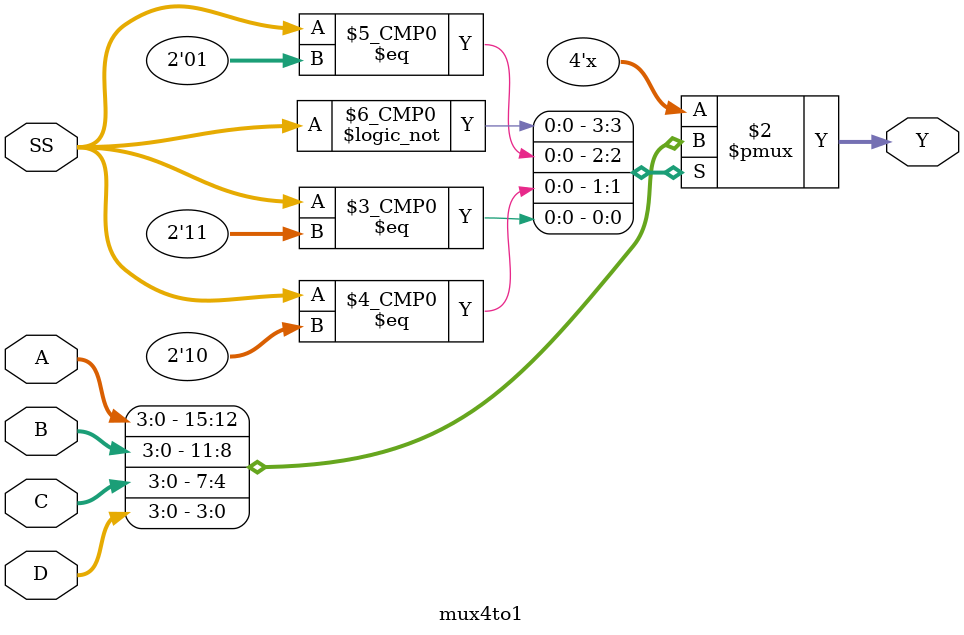
<source format=v>
`timescale 1ns / 1ps


module mux4to1(
    input [3:0] A,
    input [3:0] B,
    input [3:0] C,
    input [3:0] D,
    input [1:0] SS,
    output reg [3:0] Y
    );
    
    always @(A or B or C or D or SS)
    begin
    case(SS)
    2'b00: Y = A;
    2'b01: Y = B;
    2'b10: Y = C;
    2'b11: Y = D;
    endcase
    end



endmodule

</source>
